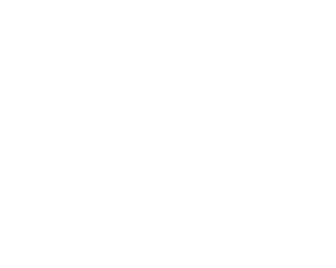
<source format=gbr>
G04 This is an RS-274x file exported by *
G04 gerbv version 2.1.0 *
G04 More information is available about gerbv at *
G04 http://gerbv.sourceforge.net/ *
G04 --Header info--*
%MOIN*%
%FSLAX23Y23*%
%IPPOS*%
G04 --Define apertures--*
G04 --Start main section--*
G54D01*
G01X00133Y00102D03*
G01X00339Y00551D03*
G01X00339Y00664D03*
G01X00402Y00739D03*
G01X00296Y00802D03*
G01X00121Y00926D03*
G01X01027Y00151D03*
G54D02*
G01X00289Y00076D03*
G01X00389Y00076D03*
G01X00489Y00076D03*
G01X00589Y00076D03*
G01X00689Y00076D03*
G01X00789Y00076D03*
G01X00889Y00076D03*
G01X00989Y00076D03*
G01X01089Y00076D03*
G01X01189Y00076D03*
G01X01189Y00926D03*
G01X01089Y00926D03*
G01X00989Y00926D03*
G01X00889Y00926D03*
G01X00789Y00926D03*
G01X00689Y00926D03*
G01X00589Y00926D03*
G01X00489Y00926D03*
G01X00389Y00926D03*
G01X00289Y00926D03*
G04 --Footer info--*
M02*

</source>
